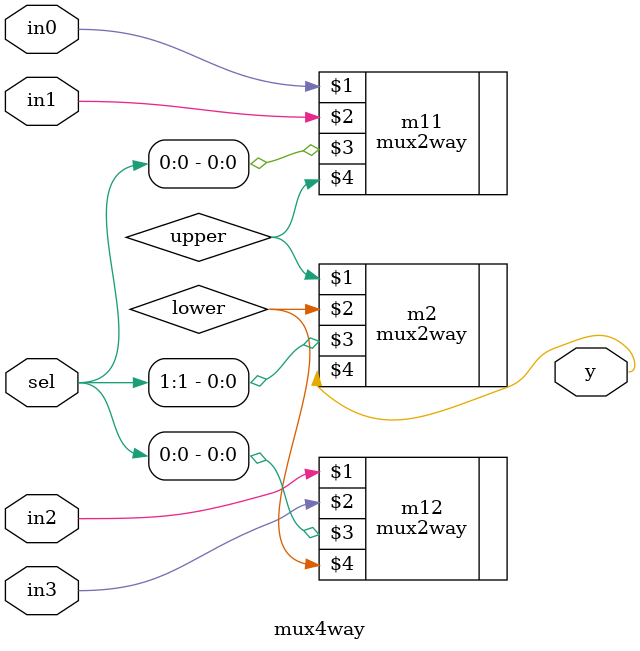
<source format=v>

module mux4way (
    in0,in1,in2,in3,sel,y
);
    input in0,in1,in2,in3;
    input [1:0] sel;
    output y;
    wire upper,lower;
    mux2way m11(in0,in1,sel[0],upper);
    mux2way m12(in2,in3,sel[0],lower);
    mux2way m2(upper,lower,sel[1],y);
endmodule
</source>
